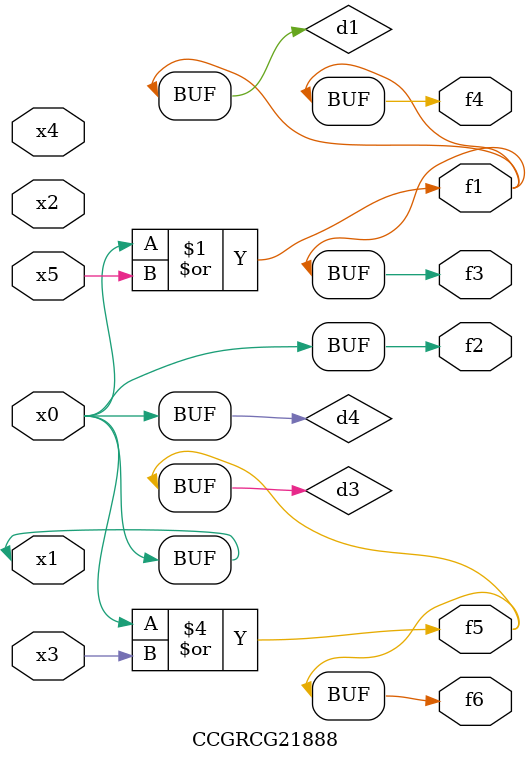
<source format=v>
module CCGRCG21888(
	input x0, x1, x2, x3, x4, x5,
	output f1, f2, f3, f4, f5, f6
);

	wire d1, d2, d3, d4;

	or (d1, x0, x5);
	xnor (d2, x1, x4);
	or (d3, x0, x3);
	buf (d4, x0, x1);
	assign f1 = d1;
	assign f2 = d4;
	assign f3 = d1;
	assign f4 = d1;
	assign f5 = d3;
	assign f6 = d3;
endmodule

</source>
